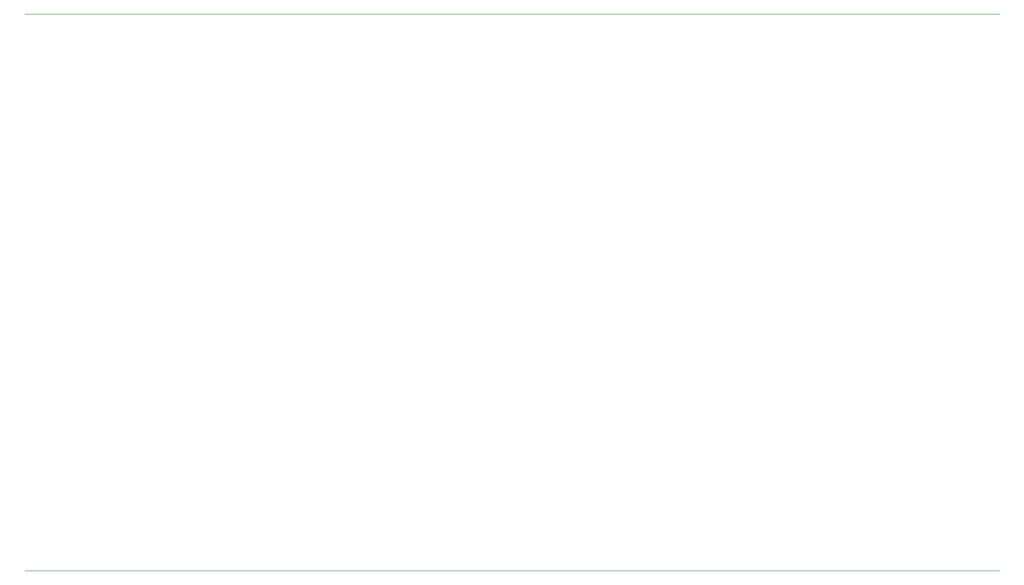
<source format=gbr>
%TF.GenerationSoftware,KiCad,Pcbnew,5.1.5-1.fc31*%
%TF.CreationDate,2020-02-21T03:24:36+01:00*%
%TF.ProjectId,board-35x62-2.54mm,626f6172-642d-4333-9578-36322d322e35,1.0*%
%TF.SameCoordinates,PX37b6b20PY8404630*%
%TF.FileFunction,Legend,Top*%
%TF.FilePolarity,Positive*%
%FSLAX46Y46*%
G04 Gerber Fmt 4.6, Leading zero omitted, Abs format (unit mm)*
G04 Created by KiCad (PCBNEW 5.1.5-1.fc31) date 2020-02-21 03:24:36*
%MOMM*%
%LPD*%
G04 APERTURE LIST*
%ADD10C,0.120000*%
%ADD11C,1.626000*%
%ADD12C,2.302000*%
G04 APERTURE END LIST*
D10*
X0Y96520000D02*
X160020000Y96520000D01*
X0Y5080000D02*
X160020000Y5080000D01*
%LPC*%
D11*
X157480000Y7620000D03*
X157480000Y10160000D03*
X157480000Y12700000D03*
X157480000Y15240000D03*
X157480000Y17780000D03*
X157480000Y20320000D03*
X157480000Y22860000D03*
X157480000Y25400000D03*
X157480000Y27940000D03*
X157480000Y30480000D03*
X157480000Y33020000D03*
X157480000Y35560000D03*
X157480000Y38100000D03*
X157480000Y40640000D03*
X157480000Y43180000D03*
X157480000Y45720000D03*
X157480000Y48260000D03*
X157480000Y50800000D03*
X157480000Y53340000D03*
X157480000Y55880000D03*
X157480000Y58420000D03*
X157480000Y60960000D03*
X157480000Y63500000D03*
X157480000Y66040000D03*
X157480000Y68580000D03*
X157480000Y71120000D03*
X157480000Y73660000D03*
X157480000Y76200000D03*
X157480000Y78740000D03*
X157480000Y81280000D03*
X157480000Y83820000D03*
X157480000Y86360000D03*
X157480000Y88900000D03*
X157480000Y91440000D03*
X157480000Y93980000D03*
X154940000Y7620000D03*
X154940000Y10160000D03*
X154940000Y12700000D03*
X154940000Y15240000D03*
X154940000Y17780000D03*
X154940000Y20320000D03*
X154940000Y22860000D03*
X154940000Y25400000D03*
X154940000Y27940000D03*
X154940000Y30480000D03*
X154940000Y33020000D03*
X154940000Y35560000D03*
X154940000Y38100000D03*
X154940000Y40640000D03*
X154940000Y43180000D03*
X154940000Y45720000D03*
X154940000Y48260000D03*
X154940000Y50800000D03*
X154940000Y53340000D03*
X154940000Y55880000D03*
X154940000Y58420000D03*
X154940000Y60960000D03*
X154940000Y63500000D03*
X154940000Y66040000D03*
X154940000Y68580000D03*
X154940000Y71120000D03*
X154940000Y73660000D03*
X154940000Y76200000D03*
X154940000Y78740000D03*
X154940000Y81280000D03*
X154940000Y83820000D03*
X154940000Y86360000D03*
X154940000Y88900000D03*
X154940000Y91440000D03*
X154940000Y93980000D03*
X152400000Y7620000D03*
X152400000Y10160000D03*
X152400000Y12700000D03*
X152400000Y15240000D03*
X152400000Y17780000D03*
X152400000Y20320000D03*
X152400000Y22860000D03*
X152400000Y25400000D03*
X152400000Y27940000D03*
X152400000Y30480000D03*
X152400000Y33020000D03*
X152400000Y35560000D03*
X152400000Y38100000D03*
X152400000Y40640000D03*
X152400000Y43180000D03*
X152400000Y45720000D03*
X152400000Y48260000D03*
X152400000Y50800000D03*
X152400000Y53340000D03*
X152400000Y55880000D03*
X152400000Y58420000D03*
X152400000Y60960000D03*
X152400000Y63500000D03*
X152400000Y66040000D03*
X152400000Y68580000D03*
X152400000Y71120000D03*
X152400000Y73660000D03*
X152400000Y76200000D03*
X152400000Y78740000D03*
X152400000Y81280000D03*
X152400000Y83820000D03*
X152400000Y86360000D03*
X152400000Y88900000D03*
X152400000Y91440000D03*
X152400000Y93980000D03*
X149860000Y7620000D03*
X149860000Y10160000D03*
X149860000Y12700000D03*
X149860000Y15240000D03*
X149860000Y17780000D03*
X149860000Y20320000D03*
X149860000Y22860000D03*
X149860000Y25400000D03*
X149860000Y27940000D03*
X149860000Y30480000D03*
X149860000Y33020000D03*
X149860000Y35560000D03*
X149860000Y38100000D03*
X149860000Y40640000D03*
X149860000Y43180000D03*
X149860000Y45720000D03*
X149860000Y48260000D03*
X149860000Y50800000D03*
X149860000Y53340000D03*
X149860000Y55880000D03*
X149860000Y58420000D03*
X149860000Y60960000D03*
X149860000Y63500000D03*
X149860000Y66040000D03*
X149860000Y68580000D03*
X149860000Y71120000D03*
X149860000Y73660000D03*
X149860000Y76200000D03*
X149860000Y78740000D03*
X149860000Y81280000D03*
X149860000Y83820000D03*
X149860000Y86360000D03*
X149860000Y88900000D03*
X149860000Y91440000D03*
X149860000Y93980000D03*
X147320000Y7620000D03*
X147320000Y10160000D03*
X147320000Y12700000D03*
X147320000Y15240000D03*
X147320000Y17780000D03*
X147320000Y20320000D03*
X147320000Y22860000D03*
X147320000Y25400000D03*
X147320000Y27940000D03*
X147320000Y30480000D03*
X147320000Y33020000D03*
X147320000Y35560000D03*
X147320000Y38100000D03*
X147320000Y40640000D03*
X147320000Y43180000D03*
X147320000Y45720000D03*
X147320000Y48260000D03*
X147320000Y50800000D03*
X147320000Y53340000D03*
X147320000Y55880000D03*
X147320000Y58420000D03*
X147320000Y60960000D03*
X147320000Y63500000D03*
X147320000Y66040000D03*
X147320000Y68580000D03*
X147320000Y71120000D03*
X147320000Y73660000D03*
X147320000Y76200000D03*
X147320000Y78740000D03*
X147320000Y81280000D03*
X147320000Y83820000D03*
X147320000Y86360000D03*
X147320000Y88900000D03*
X147320000Y91440000D03*
X147320000Y93980000D03*
X144780000Y7620000D03*
X144780000Y10160000D03*
X144780000Y12700000D03*
X144780000Y15240000D03*
X144780000Y17780000D03*
X144780000Y20320000D03*
X144780000Y22860000D03*
X144780000Y25400000D03*
X144780000Y27940000D03*
X144780000Y30480000D03*
X144780000Y33020000D03*
X144780000Y35560000D03*
X144780000Y38100000D03*
X144780000Y40640000D03*
X144780000Y43180000D03*
X144780000Y45720000D03*
X144780000Y48260000D03*
X144780000Y50800000D03*
X144780000Y53340000D03*
X144780000Y55880000D03*
X144780000Y58420000D03*
X144780000Y60960000D03*
X144780000Y63500000D03*
X144780000Y66040000D03*
X144780000Y68580000D03*
X144780000Y71120000D03*
X144780000Y73660000D03*
X144780000Y76200000D03*
X144780000Y78740000D03*
X144780000Y81280000D03*
X144780000Y83820000D03*
X144780000Y86360000D03*
X144780000Y88900000D03*
X144780000Y91440000D03*
X144780000Y93980000D03*
X142240000Y7620000D03*
X142240000Y10160000D03*
X142240000Y12700000D03*
X142240000Y15240000D03*
X142240000Y17780000D03*
X142240000Y20320000D03*
X142240000Y22860000D03*
X142240000Y25400000D03*
X142240000Y27940000D03*
X142240000Y30480000D03*
X142240000Y33020000D03*
X142240000Y35560000D03*
X142240000Y38100000D03*
X142240000Y40640000D03*
X142240000Y43180000D03*
X142240000Y45720000D03*
X142240000Y48260000D03*
X142240000Y50800000D03*
X142240000Y53340000D03*
X142240000Y55880000D03*
X142240000Y58420000D03*
X142240000Y60960000D03*
X142240000Y63500000D03*
X142240000Y66040000D03*
X142240000Y68580000D03*
X142240000Y71120000D03*
X142240000Y73660000D03*
X142240000Y76200000D03*
X142240000Y78740000D03*
X142240000Y81280000D03*
X142240000Y83820000D03*
X142240000Y86360000D03*
X142240000Y88900000D03*
X142240000Y91440000D03*
X142240000Y93980000D03*
X139700000Y7620000D03*
X139700000Y10160000D03*
X139700000Y12700000D03*
X139700000Y15240000D03*
X139700000Y17780000D03*
X139700000Y20320000D03*
X139700000Y22860000D03*
X139700000Y25400000D03*
X139700000Y27940000D03*
X139700000Y30480000D03*
X139700000Y33020000D03*
X139700000Y35560000D03*
X139700000Y38100000D03*
X139700000Y40640000D03*
X139700000Y43180000D03*
X139700000Y45720000D03*
X139700000Y48260000D03*
X139700000Y50800000D03*
X139700000Y53340000D03*
X139700000Y55880000D03*
X139700000Y58420000D03*
X139700000Y60960000D03*
X139700000Y63500000D03*
X139700000Y66040000D03*
X139700000Y68580000D03*
X139700000Y71120000D03*
X139700000Y73660000D03*
X139700000Y76200000D03*
X139700000Y78740000D03*
X139700000Y81280000D03*
X139700000Y83820000D03*
X139700000Y86360000D03*
X139700000Y88900000D03*
X139700000Y91440000D03*
X139700000Y93980000D03*
X137160000Y7620000D03*
X137160000Y10160000D03*
X137160000Y12700000D03*
X137160000Y15240000D03*
X137160000Y17780000D03*
X137160000Y20320000D03*
X137160000Y22860000D03*
X137160000Y25400000D03*
X137160000Y27940000D03*
X137160000Y30480000D03*
X137160000Y33020000D03*
X137160000Y35560000D03*
X137160000Y38100000D03*
X137160000Y40640000D03*
X137160000Y43180000D03*
X137160000Y45720000D03*
X137160000Y48260000D03*
X137160000Y50800000D03*
X137160000Y53340000D03*
X137160000Y55880000D03*
X137160000Y58420000D03*
X137160000Y60960000D03*
X137160000Y63500000D03*
X137160000Y66040000D03*
X137160000Y68580000D03*
X137160000Y71120000D03*
X137160000Y73660000D03*
X137160000Y76200000D03*
X137160000Y78740000D03*
X137160000Y81280000D03*
X137160000Y83820000D03*
X137160000Y86360000D03*
X137160000Y88900000D03*
X137160000Y91440000D03*
X137160000Y93980000D03*
X134620000Y7620000D03*
X134620000Y10160000D03*
X134620000Y12700000D03*
X134620000Y15240000D03*
X134620000Y17780000D03*
X134620000Y20320000D03*
X134620000Y22860000D03*
X134620000Y25400000D03*
X134620000Y27940000D03*
X134620000Y30480000D03*
X134620000Y33020000D03*
X134620000Y35560000D03*
X134620000Y38100000D03*
X134620000Y40640000D03*
X134620000Y43180000D03*
X134620000Y45720000D03*
X134620000Y48260000D03*
X134620000Y50800000D03*
X134620000Y53340000D03*
X134620000Y55880000D03*
X134620000Y58420000D03*
X134620000Y60960000D03*
X134620000Y63500000D03*
X134620000Y66040000D03*
X134620000Y68580000D03*
X134620000Y71120000D03*
X134620000Y73660000D03*
X134620000Y76200000D03*
X134620000Y78740000D03*
X134620000Y81280000D03*
X134620000Y83820000D03*
X134620000Y86360000D03*
X134620000Y88900000D03*
X134620000Y91440000D03*
X134620000Y93980000D03*
X132080000Y7620000D03*
X132080000Y10160000D03*
X132080000Y12700000D03*
X132080000Y15240000D03*
X132080000Y17780000D03*
X132080000Y20320000D03*
X132080000Y22860000D03*
X132080000Y25400000D03*
X132080000Y27940000D03*
X132080000Y30480000D03*
X132080000Y33020000D03*
X132080000Y35560000D03*
X132080000Y38100000D03*
X132080000Y40640000D03*
X132080000Y43180000D03*
X132080000Y45720000D03*
X132080000Y48260000D03*
X132080000Y50800000D03*
X132080000Y53340000D03*
X132080000Y55880000D03*
X132080000Y58420000D03*
X132080000Y60960000D03*
X132080000Y63500000D03*
X132080000Y66040000D03*
X132080000Y68580000D03*
X132080000Y71120000D03*
X132080000Y73660000D03*
X132080000Y76200000D03*
X132080000Y78740000D03*
X132080000Y81280000D03*
X132080000Y83820000D03*
X132080000Y86360000D03*
X132080000Y88900000D03*
X132080000Y91440000D03*
X132080000Y93980000D03*
X129540000Y7620000D03*
X129540000Y10160000D03*
X129540000Y12700000D03*
X129540000Y15240000D03*
X129540000Y17780000D03*
X129540000Y20320000D03*
X129540000Y22860000D03*
X129540000Y25400000D03*
X129540000Y27940000D03*
X129540000Y30480000D03*
X129540000Y33020000D03*
X129540000Y35560000D03*
X129540000Y38100000D03*
X129540000Y40640000D03*
X129540000Y43180000D03*
X129540000Y45720000D03*
X129540000Y48260000D03*
X129540000Y50800000D03*
X129540000Y53340000D03*
X129540000Y55880000D03*
X129540000Y58420000D03*
X129540000Y60960000D03*
X129540000Y63500000D03*
X129540000Y66040000D03*
X129540000Y68580000D03*
X129540000Y71120000D03*
X129540000Y73660000D03*
X129540000Y76200000D03*
X129540000Y78740000D03*
X129540000Y81280000D03*
X129540000Y83820000D03*
X129540000Y86360000D03*
X129540000Y88900000D03*
X129540000Y91440000D03*
X129540000Y93980000D03*
X127000000Y7620000D03*
X127000000Y10160000D03*
X127000000Y12700000D03*
X127000000Y15240000D03*
X127000000Y17780000D03*
X127000000Y20320000D03*
X127000000Y22860000D03*
X127000000Y25400000D03*
X127000000Y27940000D03*
X127000000Y30480000D03*
X127000000Y33020000D03*
X127000000Y35560000D03*
X127000000Y38100000D03*
X127000000Y40640000D03*
X127000000Y43180000D03*
X127000000Y45720000D03*
X127000000Y48260000D03*
X127000000Y50800000D03*
X127000000Y53340000D03*
X127000000Y55880000D03*
X127000000Y58420000D03*
X127000000Y60960000D03*
X127000000Y63500000D03*
X127000000Y66040000D03*
X127000000Y68580000D03*
X127000000Y71120000D03*
X127000000Y73660000D03*
X127000000Y76200000D03*
X127000000Y78740000D03*
X127000000Y81280000D03*
X127000000Y83820000D03*
X127000000Y86360000D03*
X127000000Y88900000D03*
X127000000Y91440000D03*
X127000000Y93980000D03*
X124460000Y7620000D03*
X124460000Y10160000D03*
X124460000Y12700000D03*
X124460000Y15240000D03*
X124460000Y17780000D03*
X124460000Y20320000D03*
X124460000Y22860000D03*
X124460000Y25400000D03*
X124460000Y27940000D03*
X124460000Y30480000D03*
X124460000Y33020000D03*
X124460000Y35560000D03*
X124460000Y38100000D03*
X124460000Y40640000D03*
X124460000Y43180000D03*
X124460000Y45720000D03*
X124460000Y48260000D03*
X124460000Y50800000D03*
X124460000Y53340000D03*
X124460000Y55880000D03*
X124460000Y58420000D03*
X124460000Y60960000D03*
X124460000Y63500000D03*
X124460000Y66040000D03*
X124460000Y68580000D03*
X124460000Y71120000D03*
X124460000Y73660000D03*
X124460000Y76200000D03*
X124460000Y78740000D03*
X124460000Y81280000D03*
X124460000Y83820000D03*
X124460000Y86360000D03*
X124460000Y88900000D03*
X124460000Y91440000D03*
X124460000Y93980000D03*
X121920000Y7620000D03*
X121920000Y10160000D03*
X121920000Y12700000D03*
X121920000Y15240000D03*
X121920000Y17780000D03*
X121920000Y20320000D03*
X121920000Y22860000D03*
X121920000Y25400000D03*
X121920000Y27940000D03*
X121920000Y30480000D03*
X121920000Y33020000D03*
X121920000Y35560000D03*
X121920000Y38100000D03*
X121920000Y40640000D03*
X121920000Y43180000D03*
X121920000Y45720000D03*
X121920000Y48260000D03*
X121920000Y50800000D03*
X121920000Y53340000D03*
X121920000Y55880000D03*
X121920000Y58420000D03*
X121920000Y60960000D03*
X121920000Y63500000D03*
X121920000Y66040000D03*
X121920000Y68580000D03*
X121920000Y71120000D03*
X121920000Y73660000D03*
X121920000Y76200000D03*
X121920000Y78740000D03*
X121920000Y81280000D03*
X121920000Y83820000D03*
X121920000Y86360000D03*
X121920000Y88900000D03*
X121920000Y91440000D03*
X121920000Y93980000D03*
X119380000Y7620000D03*
X119380000Y10160000D03*
X119380000Y12700000D03*
X119380000Y15240000D03*
X119380000Y17780000D03*
X119380000Y20320000D03*
X119380000Y22860000D03*
X119380000Y25400000D03*
X119380000Y27940000D03*
X119380000Y30480000D03*
X119380000Y33020000D03*
X119380000Y35560000D03*
X119380000Y38100000D03*
X119380000Y40640000D03*
X119380000Y43180000D03*
X119380000Y45720000D03*
X119380000Y48260000D03*
X119380000Y50800000D03*
X119380000Y53340000D03*
X119380000Y55880000D03*
X119380000Y58420000D03*
X119380000Y60960000D03*
X119380000Y63500000D03*
X119380000Y66040000D03*
X119380000Y68580000D03*
X119380000Y71120000D03*
X119380000Y73660000D03*
X119380000Y76200000D03*
X119380000Y78740000D03*
X119380000Y81280000D03*
X119380000Y83820000D03*
X119380000Y86360000D03*
X119380000Y88900000D03*
X119380000Y91440000D03*
X119380000Y93980000D03*
X116840000Y7620000D03*
X116840000Y10160000D03*
X116840000Y12700000D03*
X116840000Y15240000D03*
X116840000Y17780000D03*
X116840000Y20320000D03*
X116840000Y22860000D03*
X116840000Y25400000D03*
X116840000Y27940000D03*
X116840000Y30480000D03*
X116840000Y33020000D03*
X116840000Y35560000D03*
X116840000Y38100000D03*
X116840000Y40640000D03*
X116840000Y43180000D03*
X116840000Y45720000D03*
X116840000Y48260000D03*
X116840000Y50800000D03*
X116840000Y53340000D03*
X116840000Y55880000D03*
X116840000Y58420000D03*
X116840000Y60960000D03*
X116840000Y63500000D03*
X116840000Y66040000D03*
X116840000Y68580000D03*
X116840000Y71120000D03*
X116840000Y73660000D03*
X116840000Y76200000D03*
X116840000Y78740000D03*
X116840000Y81280000D03*
X116840000Y83820000D03*
X116840000Y86360000D03*
X116840000Y88900000D03*
X116840000Y91440000D03*
X116840000Y93980000D03*
X114300000Y7620000D03*
X114300000Y10160000D03*
X114300000Y12700000D03*
X114300000Y15240000D03*
X114300000Y17780000D03*
X114300000Y20320000D03*
X114300000Y22860000D03*
X114300000Y25400000D03*
X114300000Y27940000D03*
X114300000Y30480000D03*
X114300000Y33020000D03*
X114300000Y35560000D03*
X114300000Y38100000D03*
X114300000Y40640000D03*
X114300000Y43180000D03*
X114300000Y45720000D03*
X114300000Y48260000D03*
X114300000Y50800000D03*
X114300000Y53340000D03*
X114300000Y55880000D03*
X114300000Y58420000D03*
X114300000Y60960000D03*
X114300000Y63500000D03*
X114300000Y66040000D03*
X114300000Y68580000D03*
X114300000Y71120000D03*
X114300000Y73660000D03*
X114300000Y76200000D03*
X114300000Y78740000D03*
X114300000Y81280000D03*
X114300000Y83820000D03*
X114300000Y86360000D03*
X114300000Y88900000D03*
X114300000Y91440000D03*
X114300000Y93980000D03*
X111760000Y7620000D03*
X111760000Y10160000D03*
X111760000Y12700000D03*
X111760000Y15240000D03*
X111760000Y17780000D03*
X111760000Y20320000D03*
X111760000Y22860000D03*
X111760000Y25400000D03*
X111760000Y27940000D03*
X111760000Y30480000D03*
X111760000Y33020000D03*
X111760000Y35560000D03*
X111760000Y38100000D03*
X111760000Y40640000D03*
X111760000Y43180000D03*
X111760000Y45720000D03*
X111760000Y48260000D03*
X111760000Y50800000D03*
X111760000Y53340000D03*
X111760000Y55880000D03*
X111760000Y58420000D03*
X111760000Y60960000D03*
X111760000Y63500000D03*
X111760000Y66040000D03*
X111760000Y68580000D03*
X111760000Y71120000D03*
X111760000Y73660000D03*
X111760000Y76200000D03*
X111760000Y78740000D03*
X111760000Y81280000D03*
X111760000Y83820000D03*
X111760000Y86360000D03*
X111760000Y88900000D03*
X111760000Y91440000D03*
X111760000Y93980000D03*
X109220000Y7620000D03*
X109220000Y10160000D03*
X109220000Y12700000D03*
X109220000Y15240000D03*
X109220000Y17780000D03*
X109220000Y20320000D03*
X109220000Y22860000D03*
X109220000Y25400000D03*
X109220000Y27940000D03*
X109220000Y30480000D03*
X109220000Y33020000D03*
X109220000Y35560000D03*
X109220000Y38100000D03*
X109220000Y40640000D03*
X109220000Y43180000D03*
X109220000Y45720000D03*
X109220000Y48260000D03*
X109220000Y50800000D03*
X109220000Y53340000D03*
X109220000Y55880000D03*
X109220000Y58420000D03*
X109220000Y60960000D03*
X109220000Y63500000D03*
X109220000Y66040000D03*
X109220000Y68580000D03*
X109220000Y71120000D03*
X109220000Y73660000D03*
X109220000Y76200000D03*
X109220000Y78740000D03*
X109220000Y81280000D03*
X109220000Y83820000D03*
X109220000Y86360000D03*
X109220000Y88900000D03*
X109220000Y91440000D03*
X109220000Y93980000D03*
X106680000Y7620000D03*
X106680000Y10160000D03*
X106680000Y12700000D03*
X106680000Y15240000D03*
X106680000Y17780000D03*
X106680000Y20320000D03*
X106680000Y22860000D03*
X106680000Y25400000D03*
X106680000Y27940000D03*
X106680000Y30480000D03*
X106680000Y33020000D03*
X106680000Y35560000D03*
X106680000Y38100000D03*
X106680000Y40640000D03*
X106680000Y43180000D03*
X106680000Y45720000D03*
X106680000Y48260000D03*
X106680000Y50800000D03*
X106680000Y53340000D03*
X106680000Y55880000D03*
X106680000Y58420000D03*
X106680000Y60960000D03*
X106680000Y63500000D03*
X106680000Y66040000D03*
X106680000Y68580000D03*
X106680000Y71120000D03*
X106680000Y73660000D03*
X106680000Y76200000D03*
X106680000Y78740000D03*
X106680000Y81280000D03*
X106680000Y83820000D03*
X106680000Y86360000D03*
X106680000Y88900000D03*
X106680000Y91440000D03*
X106680000Y93980000D03*
X104140000Y7620000D03*
X104140000Y10160000D03*
X104140000Y12700000D03*
X104140000Y15240000D03*
X104140000Y17780000D03*
X104140000Y20320000D03*
X104140000Y22860000D03*
X104140000Y25400000D03*
X104140000Y27940000D03*
X104140000Y30480000D03*
X104140000Y33020000D03*
X104140000Y35560000D03*
X104140000Y38100000D03*
X104140000Y40640000D03*
X104140000Y43180000D03*
X104140000Y45720000D03*
X104140000Y48260000D03*
X104140000Y50800000D03*
X104140000Y53340000D03*
X104140000Y55880000D03*
X104140000Y58420000D03*
X104140000Y60960000D03*
X104140000Y63500000D03*
X104140000Y66040000D03*
X104140000Y68580000D03*
X104140000Y71120000D03*
X104140000Y73660000D03*
X104140000Y76200000D03*
X104140000Y78740000D03*
X104140000Y81280000D03*
X104140000Y83820000D03*
X104140000Y86360000D03*
X104140000Y88900000D03*
X104140000Y91440000D03*
X104140000Y93980000D03*
X101600000Y7620000D03*
X101600000Y10160000D03*
X101600000Y12700000D03*
X101600000Y15240000D03*
X101600000Y17780000D03*
X101600000Y20320000D03*
X101600000Y22860000D03*
X101600000Y25400000D03*
X101600000Y27940000D03*
X101600000Y30480000D03*
X101600000Y33020000D03*
X101600000Y35560000D03*
X101600000Y38100000D03*
X101600000Y40640000D03*
X101600000Y43180000D03*
X101600000Y45720000D03*
X101600000Y48260000D03*
X101600000Y50800000D03*
X101600000Y53340000D03*
X101600000Y55880000D03*
X101600000Y58420000D03*
X101600000Y60960000D03*
X101600000Y63500000D03*
X101600000Y66040000D03*
X101600000Y68580000D03*
X101600000Y71120000D03*
X101600000Y73660000D03*
X101600000Y76200000D03*
X101600000Y78740000D03*
X101600000Y81280000D03*
X101600000Y83820000D03*
X101600000Y86360000D03*
X101600000Y88900000D03*
X101600000Y91440000D03*
X101600000Y93980000D03*
X99060000Y7620000D03*
X99060000Y10160000D03*
X99060000Y12700000D03*
X99060000Y15240000D03*
X99060000Y17780000D03*
X99060000Y20320000D03*
X99060000Y22860000D03*
X99060000Y25400000D03*
X99060000Y27940000D03*
X99060000Y30480000D03*
X99060000Y33020000D03*
X99060000Y35560000D03*
X99060000Y38100000D03*
X99060000Y40640000D03*
X99060000Y43180000D03*
X99060000Y45720000D03*
X99060000Y48260000D03*
X99060000Y50800000D03*
X99060000Y53340000D03*
X99060000Y55880000D03*
X99060000Y58420000D03*
X99060000Y60960000D03*
X99060000Y63500000D03*
X99060000Y66040000D03*
X99060000Y68580000D03*
X99060000Y71120000D03*
X99060000Y73660000D03*
X99060000Y76200000D03*
X99060000Y78740000D03*
X99060000Y81280000D03*
X99060000Y83820000D03*
X99060000Y86360000D03*
X99060000Y88900000D03*
X99060000Y91440000D03*
X99060000Y93980000D03*
X96520000Y7620000D03*
X96520000Y10160000D03*
X96520000Y12700000D03*
X96520000Y15240000D03*
X96520000Y17780000D03*
X96520000Y20320000D03*
X96520000Y22860000D03*
X96520000Y25400000D03*
X96520000Y27940000D03*
X96520000Y30480000D03*
X96520000Y33020000D03*
X96520000Y35560000D03*
X96520000Y38100000D03*
X96520000Y40640000D03*
X96520000Y43180000D03*
X96520000Y45720000D03*
X96520000Y48260000D03*
X96520000Y50800000D03*
X96520000Y53340000D03*
X96520000Y55880000D03*
X96520000Y58420000D03*
X96520000Y60960000D03*
X96520000Y63500000D03*
X96520000Y66040000D03*
X96520000Y68580000D03*
X96520000Y71120000D03*
X96520000Y73660000D03*
X96520000Y76200000D03*
X96520000Y78740000D03*
X96520000Y81280000D03*
X96520000Y83820000D03*
X96520000Y86360000D03*
X96520000Y88900000D03*
X96520000Y91440000D03*
X96520000Y93980000D03*
X93980000Y7620000D03*
X93980000Y10160000D03*
X93980000Y12700000D03*
X93980000Y15240000D03*
X93980000Y17780000D03*
X93980000Y20320000D03*
X93980000Y22860000D03*
X93980000Y25400000D03*
X93980000Y27940000D03*
X93980000Y30480000D03*
X93980000Y33020000D03*
X93980000Y35560000D03*
X93980000Y38100000D03*
X93980000Y40640000D03*
X93980000Y43180000D03*
X93980000Y45720000D03*
X93980000Y48260000D03*
X93980000Y50800000D03*
X93980000Y53340000D03*
X93980000Y55880000D03*
X93980000Y58420000D03*
X93980000Y60960000D03*
X93980000Y63500000D03*
X93980000Y66040000D03*
X93980000Y68580000D03*
X93980000Y71120000D03*
X93980000Y73660000D03*
X93980000Y76200000D03*
X93980000Y78740000D03*
X93980000Y81280000D03*
X93980000Y83820000D03*
X93980000Y86360000D03*
X93980000Y88900000D03*
X93980000Y91440000D03*
X93980000Y93980000D03*
X91440000Y7620000D03*
X91440000Y10160000D03*
X91440000Y12700000D03*
X91440000Y15240000D03*
X91440000Y17780000D03*
X91440000Y20320000D03*
X91440000Y22860000D03*
X91440000Y25400000D03*
X91440000Y27940000D03*
X91440000Y30480000D03*
X91440000Y33020000D03*
X91440000Y35560000D03*
X91440000Y38100000D03*
X91440000Y40640000D03*
X91440000Y43180000D03*
X91440000Y45720000D03*
X91440000Y48260000D03*
X91440000Y50800000D03*
X91440000Y53340000D03*
X91440000Y55880000D03*
X91440000Y58420000D03*
X91440000Y60960000D03*
X91440000Y63500000D03*
X91440000Y66040000D03*
X91440000Y68580000D03*
X91440000Y71120000D03*
X91440000Y73660000D03*
X91440000Y76200000D03*
X91440000Y78740000D03*
X91440000Y81280000D03*
X91440000Y83820000D03*
X91440000Y86360000D03*
X91440000Y88900000D03*
X91440000Y91440000D03*
X91440000Y93980000D03*
X88900000Y7620000D03*
X88900000Y10160000D03*
X88900000Y12700000D03*
X88900000Y15240000D03*
X88900000Y17780000D03*
X88900000Y20320000D03*
X88900000Y22860000D03*
X88900000Y25400000D03*
X88900000Y27940000D03*
X88900000Y30480000D03*
X88900000Y33020000D03*
X88900000Y35560000D03*
X88900000Y38100000D03*
X88900000Y40640000D03*
X88900000Y43180000D03*
X88900000Y45720000D03*
X88900000Y48260000D03*
X88900000Y50800000D03*
X88900000Y53340000D03*
X88900000Y55880000D03*
X88900000Y58420000D03*
X88900000Y60960000D03*
X88900000Y63500000D03*
X88900000Y66040000D03*
X88900000Y68580000D03*
X88900000Y71120000D03*
X88900000Y73660000D03*
X88900000Y76200000D03*
X88900000Y78740000D03*
X88900000Y81280000D03*
X88900000Y83820000D03*
X88900000Y86360000D03*
X88900000Y88900000D03*
X88900000Y91440000D03*
X88900000Y93980000D03*
X86360000Y7620000D03*
X86360000Y10160000D03*
X86360000Y12700000D03*
X86360000Y15240000D03*
X86360000Y17780000D03*
X86360000Y20320000D03*
X86360000Y22860000D03*
X86360000Y25400000D03*
X86360000Y27940000D03*
X86360000Y30480000D03*
X86360000Y33020000D03*
X86360000Y35560000D03*
X86360000Y38100000D03*
X86360000Y40640000D03*
X86360000Y43180000D03*
X86360000Y45720000D03*
X86360000Y48260000D03*
X86360000Y50800000D03*
X86360000Y53340000D03*
X86360000Y55880000D03*
X86360000Y58420000D03*
X86360000Y60960000D03*
X86360000Y63500000D03*
X86360000Y66040000D03*
X86360000Y68580000D03*
X86360000Y71120000D03*
X86360000Y73660000D03*
X86360000Y76200000D03*
X86360000Y78740000D03*
X86360000Y81280000D03*
X86360000Y83820000D03*
X86360000Y86360000D03*
X86360000Y88900000D03*
X86360000Y91440000D03*
X86360000Y93980000D03*
X83820000Y7620000D03*
X83820000Y10160000D03*
X83820000Y12700000D03*
X83820000Y15240000D03*
X83820000Y17780000D03*
X83820000Y20320000D03*
X83820000Y22860000D03*
X83820000Y25400000D03*
X83820000Y27940000D03*
X83820000Y30480000D03*
X83820000Y33020000D03*
X83820000Y35560000D03*
X83820000Y38100000D03*
X83820000Y40640000D03*
X83820000Y43180000D03*
X83820000Y45720000D03*
X83820000Y48260000D03*
X83820000Y50800000D03*
X83820000Y53340000D03*
X83820000Y55880000D03*
X83820000Y58420000D03*
X83820000Y60960000D03*
X83820000Y63500000D03*
X83820000Y66040000D03*
X83820000Y68580000D03*
X83820000Y71120000D03*
X83820000Y73660000D03*
X83820000Y76200000D03*
X83820000Y78740000D03*
X83820000Y81280000D03*
X83820000Y83820000D03*
X83820000Y86360000D03*
X83820000Y88900000D03*
X83820000Y91440000D03*
X83820000Y93980000D03*
X81280000Y7620000D03*
X81280000Y10160000D03*
X81280000Y12700000D03*
X81280000Y15240000D03*
X81280000Y17780000D03*
X81280000Y20320000D03*
X81280000Y22860000D03*
X81280000Y25400000D03*
X81280000Y27940000D03*
X81280000Y30480000D03*
X81280000Y33020000D03*
X81280000Y35560000D03*
X81280000Y38100000D03*
X81280000Y40640000D03*
X81280000Y43180000D03*
X81280000Y45720000D03*
X81280000Y48260000D03*
X81280000Y50800000D03*
X81280000Y53340000D03*
X81280000Y55880000D03*
X81280000Y58420000D03*
X81280000Y60960000D03*
X81280000Y63500000D03*
X81280000Y66040000D03*
X81280000Y68580000D03*
X81280000Y71120000D03*
X81280000Y73660000D03*
X81280000Y76200000D03*
X81280000Y78740000D03*
X81280000Y81280000D03*
X81280000Y83820000D03*
X81280000Y86360000D03*
X81280000Y88900000D03*
X81280000Y91440000D03*
X81280000Y93980000D03*
X78740000Y7620000D03*
X78740000Y10160000D03*
X78740000Y12700000D03*
X78740000Y15240000D03*
X78740000Y17780000D03*
X78740000Y20320000D03*
X78740000Y22860000D03*
X78740000Y25400000D03*
X78740000Y27940000D03*
X78740000Y30480000D03*
X78740000Y33020000D03*
X78740000Y35560000D03*
X78740000Y38100000D03*
X78740000Y40640000D03*
X78740000Y43180000D03*
X78740000Y45720000D03*
X78740000Y48260000D03*
X78740000Y50800000D03*
X78740000Y53340000D03*
X78740000Y55880000D03*
X78740000Y58420000D03*
X78740000Y60960000D03*
X78740000Y63500000D03*
X78740000Y66040000D03*
X78740000Y68580000D03*
X78740000Y71120000D03*
X78740000Y73660000D03*
X78740000Y76200000D03*
X78740000Y78740000D03*
X78740000Y81280000D03*
X78740000Y83820000D03*
X78740000Y86360000D03*
X78740000Y88900000D03*
X78740000Y91440000D03*
X78740000Y93980000D03*
X76200000Y7620000D03*
X76200000Y10160000D03*
X76200000Y12700000D03*
X76200000Y15240000D03*
X76200000Y17780000D03*
X76200000Y20320000D03*
X76200000Y22860000D03*
X76200000Y25400000D03*
X76200000Y27940000D03*
X76200000Y30480000D03*
X76200000Y33020000D03*
X76200000Y35560000D03*
X76200000Y38100000D03*
X76200000Y40640000D03*
X76200000Y43180000D03*
X76200000Y45720000D03*
X76200000Y48260000D03*
X76200000Y50800000D03*
X76200000Y53340000D03*
X76200000Y55880000D03*
X76200000Y58420000D03*
X76200000Y60960000D03*
X76200000Y63500000D03*
X76200000Y66040000D03*
X76200000Y68580000D03*
X76200000Y71120000D03*
X76200000Y73660000D03*
X76200000Y76200000D03*
X76200000Y78740000D03*
X76200000Y81280000D03*
X76200000Y83820000D03*
X76200000Y86360000D03*
X76200000Y88900000D03*
X76200000Y91440000D03*
X76200000Y93980000D03*
X73660000Y7620000D03*
X73660000Y10160000D03*
X73660000Y12700000D03*
X73660000Y15240000D03*
X73660000Y17780000D03*
X73660000Y20320000D03*
X73660000Y22860000D03*
X73660000Y25400000D03*
X73660000Y27940000D03*
X73660000Y30480000D03*
X73660000Y33020000D03*
X73660000Y35560000D03*
X73660000Y38100000D03*
X73660000Y40640000D03*
X73660000Y43180000D03*
X73660000Y45720000D03*
X73660000Y48260000D03*
X73660000Y50800000D03*
X73660000Y53340000D03*
X73660000Y55880000D03*
X73660000Y58420000D03*
X73660000Y60960000D03*
X73660000Y63500000D03*
X73660000Y66040000D03*
X73660000Y68580000D03*
X73660000Y71120000D03*
X73660000Y73660000D03*
X73660000Y76200000D03*
X73660000Y78740000D03*
X73660000Y81280000D03*
X73660000Y83820000D03*
X73660000Y86360000D03*
X73660000Y88900000D03*
X73660000Y91440000D03*
X73660000Y93980000D03*
X71120000Y7620000D03*
X71120000Y10160000D03*
X71120000Y12700000D03*
X71120000Y15240000D03*
X71120000Y17780000D03*
X71120000Y20320000D03*
X71120000Y22860000D03*
X71120000Y25400000D03*
X71120000Y27940000D03*
X71120000Y30480000D03*
X71120000Y33020000D03*
X71120000Y35560000D03*
X71120000Y38100000D03*
X71120000Y40640000D03*
X71120000Y43180000D03*
X71120000Y45720000D03*
X71120000Y48260000D03*
X71120000Y50800000D03*
X71120000Y53340000D03*
X71120000Y55880000D03*
X71120000Y58420000D03*
X71120000Y60960000D03*
X71120000Y63500000D03*
X71120000Y66040000D03*
X71120000Y68580000D03*
X71120000Y71120000D03*
X71120000Y73660000D03*
X71120000Y76200000D03*
X71120000Y78740000D03*
X71120000Y81280000D03*
X71120000Y83820000D03*
X71120000Y86360000D03*
X71120000Y88900000D03*
X71120000Y91440000D03*
X71120000Y93980000D03*
X68580000Y7620000D03*
X68580000Y10160000D03*
X68580000Y12700000D03*
X68580000Y15240000D03*
X68580000Y17780000D03*
X68580000Y20320000D03*
X68580000Y22860000D03*
X68580000Y25400000D03*
X68580000Y27940000D03*
X68580000Y30480000D03*
X68580000Y33020000D03*
X68580000Y35560000D03*
X68580000Y38100000D03*
X68580000Y40640000D03*
X68580000Y43180000D03*
X68580000Y45720000D03*
X68580000Y48260000D03*
X68580000Y50800000D03*
X68580000Y53340000D03*
X68580000Y55880000D03*
X68580000Y58420000D03*
X68580000Y60960000D03*
X68580000Y63500000D03*
X68580000Y66040000D03*
X68580000Y68580000D03*
X68580000Y71120000D03*
X68580000Y73660000D03*
X68580000Y76200000D03*
X68580000Y78740000D03*
X68580000Y81280000D03*
X68580000Y83820000D03*
X68580000Y86360000D03*
X68580000Y88900000D03*
X68580000Y91440000D03*
X68580000Y93980000D03*
X66040000Y7620000D03*
X66040000Y10160000D03*
X66040000Y12700000D03*
X66040000Y15240000D03*
X66040000Y17780000D03*
X66040000Y20320000D03*
X66040000Y22860000D03*
X66040000Y25400000D03*
X66040000Y27940000D03*
X66040000Y30480000D03*
X66040000Y33020000D03*
X66040000Y35560000D03*
X66040000Y38100000D03*
X66040000Y40640000D03*
X66040000Y43180000D03*
X66040000Y45720000D03*
X66040000Y48260000D03*
X66040000Y50800000D03*
X66040000Y53340000D03*
X66040000Y55880000D03*
X66040000Y58420000D03*
X66040000Y60960000D03*
X66040000Y63500000D03*
X66040000Y66040000D03*
X66040000Y68580000D03*
X66040000Y71120000D03*
X66040000Y73660000D03*
X66040000Y76200000D03*
X66040000Y78740000D03*
X66040000Y81280000D03*
X66040000Y83820000D03*
X66040000Y86360000D03*
X66040000Y88900000D03*
X66040000Y91440000D03*
X66040000Y93980000D03*
X63500000Y7620000D03*
X63500000Y10160000D03*
X63500000Y12700000D03*
X63500000Y15240000D03*
X63500000Y17780000D03*
X63500000Y20320000D03*
X63500000Y22860000D03*
X63500000Y25400000D03*
X63500000Y27940000D03*
X63500000Y30480000D03*
X63500000Y33020000D03*
X63500000Y35560000D03*
X63500000Y38100000D03*
X63500000Y40640000D03*
X63500000Y43180000D03*
X63500000Y45720000D03*
X63500000Y48260000D03*
X63500000Y50800000D03*
X63500000Y53340000D03*
X63500000Y55880000D03*
X63500000Y58420000D03*
X63500000Y60960000D03*
X63500000Y63500000D03*
X63500000Y66040000D03*
X63500000Y68580000D03*
X63500000Y71120000D03*
X63500000Y73660000D03*
X63500000Y76200000D03*
X63500000Y78740000D03*
X63500000Y81280000D03*
X63500000Y83820000D03*
X63500000Y86360000D03*
X63500000Y88900000D03*
X63500000Y91440000D03*
X63500000Y93980000D03*
X60960000Y7620000D03*
X60960000Y10160000D03*
X60960000Y12700000D03*
X60960000Y15240000D03*
X60960000Y17780000D03*
X60960000Y20320000D03*
X60960000Y22860000D03*
X60960000Y25400000D03*
X60960000Y27940000D03*
X60960000Y30480000D03*
X60960000Y33020000D03*
X60960000Y35560000D03*
X60960000Y38100000D03*
X60960000Y40640000D03*
X60960000Y43180000D03*
X60960000Y45720000D03*
X60960000Y48260000D03*
X60960000Y50800000D03*
X60960000Y53340000D03*
X60960000Y55880000D03*
X60960000Y58420000D03*
X60960000Y60960000D03*
X60960000Y63500000D03*
X60960000Y66040000D03*
X60960000Y68580000D03*
X60960000Y71120000D03*
X60960000Y73660000D03*
X60960000Y76200000D03*
X60960000Y78740000D03*
X60960000Y81280000D03*
X60960000Y83820000D03*
X60960000Y86360000D03*
X60960000Y88900000D03*
X60960000Y91440000D03*
X60960000Y93980000D03*
X58420000Y7620000D03*
X58420000Y10160000D03*
X58420000Y12700000D03*
X58420000Y15240000D03*
X58420000Y17780000D03*
X58420000Y20320000D03*
X58420000Y22860000D03*
X58420000Y25400000D03*
X58420000Y27940000D03*
X58420000Y30480000D03*
X58420000Y33020000D03*
X58420000Y35560000D03*
X58420000Y38100000D03*
X58420000Y40640000D03*
X58420000Y43180000D03*
X58420000Y45720000D03*
X58420000Y48260000D03*
X58420000Y50800000D03*
X58420000Y53340000D03*
X58420000Y55880000D03*
X58420000Y58420000D03*
X58420000Y60960000D03*
X58420000Y63500000D03*
X58420000Y66040000D03*
X58420000Y68580000D03*
X58420000Y71120000D03*
X58420000Y73660000D03*
X58420000Y76200000D03*
X58420000Y78740000D03*
X58420000Y81280000D03*
X58420000Y83820000D03*
X58420000Y86360000D03*
X58420000Y88900000D03*
X58420000Y91440000D03*
X58420000Y93980000D03*
X55880000Y7620000D03*
X55880000Y10160000D03*
X55880000Y12700000D03*
X55880000Y15240000D03*
X55880000Y17780000D03*
X55880000Y20320000D03*
X55880000Y22860000D03*
X55880000Y25400000D03*
X55880000Y27940000D03*
X55880000Y30480000D03*
X55880000Y33020000D03*
X55880000Y35560000D03*
X55880000Y38100000D03*
X55880000Y40640000D03*
X55880000Y43180000D03*
X55880000Y45720000D03*
X55880000Y48260000D03*
X55880000Y50800000D03*
X55880000Y53340000D03*
X55880000Y55880000D03*
X55880000Y58420000D03*
X55880000Y60960000D03*
X55880000Y63500000D03*
X55880000Y66040000D03*
X55880000Y68580000D03*
X55880000Y71120000D03*
X55880000Y73660000D03*
X55880000Y76200000D03*
X55880000Y78740000D03*
X55880000Y81280000D03*
X55880000Y83820000D03*
X55880000Y86360000D03*
X55880000Y88900000D03*
X55880000Y91440000D03*
X55880000Y93980000D03*
X53340000Y7620000D03*
X53340000Y10160000D03*
X53340000Y12700000D03*
X53340000Y15240000D03*
X53340000Y17780000D03*
X53340000Y20320000D03*
X53340000Y22860000D03*
X53340000Y25400000D03*
X53340000Y27940000D03*
X53340000Y30480000D03*
X53340000Y33020000D03*
X53340000Y35560000D03*
X53340000Y38100000D03*
X53340000Y40640000D03*
X53340000Y43180000D03*
X53340000Y45720000D03*
X53340000Y48260000D03*
X53340000Y50800000D03*
X53340000Y53340000D03*
X53340000Y55880000D03*
X53340000Y58420000D03*
X53340000Y60960000D03*
X53340000Y63500000D03*
X53340000Y66040000D03*
X53340000Y68580000D03*
X53340000Y71120000D03*
X53340000Y73660000D03*
X53340000Y76200000D03*
X53340000Y78740000D03*
X53340000Y81280000D03*
X53340000Y83820000D03*
X53340000Y86360000D03*
X53340000Y88900000D03*
X53340000Y91440000D03*
X53340000Y93980000D03*
X50800000Y7620000D03*
X50800000Y10160000D03*
X50800000Y12700000D03*
X50800000Y15240000D03*
X50800000Y17780000D03*
X50800000Y20320000D03*
X50800000Y22860000D03*
X50800000Y25400000D03*
X50800000Y27940000D03*
X50800000Y30480000D03*
X50800000Y33020000D03*
X50800000Y35560000D03*
X50800000Y38100000D03*
X50800000Y40640000D03*
X50800000Y43180000D03*
X50800000Y45720000D03*
X50800000Y48260000D03*
X50800000Y50800000D03*
X50800000Y53340000D03*
X50800000Y55880000D03*
X50800000Y58420000D03*
X50800000Y60960000D03*
X50800000Y63500000D03*
X50800000Y66040000D03*
X50800000Y68580000D03*
X50800000Y71120000D03*
X50800000Y73660000D03*
X50800000Y76200000D03*
X50800000Y78740000D03*
X50800000Y81280000D03*
X50800000Y83820000D03*
X50800000Y86360000D03*
X50800000Y88900000D03*
X50800000Y91440000D03*
X50800000Y93980000D03*
X48260000Y7620000D03*
X48260000Y10160000D03*
X48260000Y12700000D03*
X48260000Y15240000D03*
X48260000Y17780000D03*
X48260000Y20320000D03*
X48260000Y22860000D03*
X48260000Y25400000D03*
X48260000Y27940000D03*
X48260000Y30480000D03*
X48260000Y33020000D03*
X48260000Y35560000D03*
X48260000Y38100000D03*
X48260000Y40640000D03*
X48260000Y43180000D03*
X48260000Y45720000D03*
X48260000Y48260000D03*
X48260000Y50800000D03*
X48260000Y53340000D03*
X48260000Y55880000D03*
X48260000Y58420000D03*
X48260000Y60960000D03*
X48260000Y63500000D03*
X48260000Y66040000D03*
X48260000Y68580000D03*
X48260000Y71120000D03*
X48260000Y73660000D03*
X48260000Y76200000D03*
X48260000Y78740000D03*
X48260000Y81280000D03*
X48260000Y83820000D03*
X48260000Y86360000D03*
X48260000Y88900000D03*
X48260000Y91440000D03*
X48260000Y93980000D03*
X45720000Y7620000D03*
X45720000Y10160000D03*
X45720000Y12700000D03*
X45720000Y15240000D03*
X45720000Y17780000D03*
X45720000Y20320000D03*
X45720000Y22860000D03*
X45720000Y25400000D03*
X45720000Y27940000D03*
X45720000Y30480000D03*
X45720000Y33020000D03*
X45720000Y35560000D03*
X45720000Y38100000D03*
X45720000Y40640000D03*
X45720000Y43180000D03*
X45720000Y45720000D03*
X45720000Y48260000D03*
X45720000Y50800000D03*
X45720000Y53340000D03*
X45720000Y55880000D03*
X45720000Y58420000D03*
X45720000Y60960000D03*
X45720000Y63500000D03*
X45720000Y66040000D03*
X45720000Y68580000D03*
X45720000Y71120000D03*
X45720000Y73660000D03*
X45720000Y76200000D03*
X45720000Y78740000D03*
X45720000Y81280000D03*
X45720000Y83820000D03*
X45720000Y86360000D03*
X45720000Y88900000D03*
X45720000Y91440000D03*
X45720000Y93980000D03*
X43180000Y7620000D03*
X43180000Y10160000D03*
X43180000Y12700000D03*
X43180000Y15240000D03*
X43180000Y17780000D03*
X43180000Y20320000D03*
X43180000Y22860000D03*
X43180000Y25400000D03*
X43180000Y27940000D03*
X43180000Y30480000D03*
X43180000Y33020000D03*
X43180000Y35560000D03*
X43180000Y38100000D03*
X43180000Y40640000D03*
X43180000Y43180000D03*
X43180000Y45720000D03*
X43180000Y48260000D03*
X43180000Y50800000D03*
X43180000Y53340000D03*
X43180000Y55880000D03*
X43180000Y58420000D03*
X43180000Y60960000D03*
X43180000Y63500000D03*
X43180000Y66040000D03*
X43180000Y68580000D03*
X43180000Y71120000D03*
X43180000Y73660000D03*
X43180000Y76200000D03*
X43180000Y78740000D03*
X43180000Y81280000D03*
X43180000Y83820000D03*
X43180000Y86360000D03*
X43180000Y88900000D03*
X43180000Y91440000D03*
X43180000Y93980000D03*
X40640000Y7620000D03*
X40640000Y10160000D03*
X40640000Y12700000D03*
X40640000Y15240000D03*
X40640000Y17780000D03*
X40640000Y20320000D03*
X40640000Y22860000D03*
X40640000Y25400000D03*
X40640000Y27940000D03*
X40640000Y30480000D03*
X40640000Y33020000D03*
X40640000Y35560000D03*
X40640000Y38100000D03*
X40640000Y40640000D03*
X40640000Y43180000D03*
X40640000Y45720000D03*
X40640000Y48260000D03*
X40640000Y50800000D03*
X40640000Y53340000D03*
X40640000Y55880000D03*
X40640000Y58420000D03*
X40640000Y60960000D03*
X40640000Y63500000D03*
X40640000Y66040000D03*
X40640000Y68580000D03*
X40640000Y71120000D03*
X40640000Y73660000D03*
X40640000Y76200000D03*
X40640000Y78740000D03*
X40640000Y81280000D03*
X40640000Y83820000D03*
X40640000Y86360000D03*
X40640000Y88900000D03*
X40640000Y91440000D03*
X40640000Y93980000D03*
X38100000Y7620000D03*
X38100000Y10160000D03*
X38100000Y12700000D03*
X38100000Y15240000D03*
X38100000Y17780000D03*
X38100000Y20320000D03*
X38100000Y22860000D03*
X38100000Y25400000D03*
X38100000Y27940000D03*
X38100000Y30480000D03*
X38100000Y33020000D03*
X38100000Y35560000D03*
X38100000Y38100000D03*
X38100000Y40640000D03*
X38100000Y43180000D03*
X38100000Y45720000D03*
X38100000Y48260000D03*
X38100000Y50800000D03*
X38100000Y53340000D03*
X38100000Y55880000D03*
X38100000Y58420000D03*
X38100000Y60960000D03*
X38100000Y63500000D03*
X38100000Y66040000D03*
X38100000Y68580000D03*
X38100000Y71120000D03*
X38100000Y73660000D03*
X38100000Y76200000D03*
X38100000Y78740000D03*
X38100000Y81280000D03*
X38100000Y83820000D03*
X38100000Y86360000D03*
X38100000Y88900000D03*
X38100000Y91440000D03*
X38100000Y93980000D03*
X35560000Y7620000D03*
X35560000Y10160000D03*
X35560000Y12700000D03*
X35560000Y15240000D03*
X35560000Y17780000D03*
X35560000Y20320000D03*
X35560000Y22860000D03*
X35560000Y25400000D03*
X35560000Y27940000D03*
X35560000Y30480000D03*
X35560000Y33020000D03*
X35560000Y35560000D03*
X35560000Y38100000D03*
X35560000Y40640000D03*
X35560000Y43180000D03*
X35560000Y45720000D03*
X35560000Y48260000D03*
X35560000Y50800000D03*
X35560000Y53340000D03*
X35560000Y55880000D03*
X35560000Y58420000D03*
X35560000Y60960000D03*
X35560000Y63500000D03*
X35560000Y66040000D03*
X35560000Y68580000D03*
X35560000Y71120000D03*
X35560000Y73660000D03*
X35560000Y76200000D03*
X35560000Y78740000D03*
X35560000Y81280000D03*
X35560000Y83820000D03*
X35560000Y86360000D03*
X35560000Y88900000D03*
X35560000Y91440000D03*
X35560000Y93980000D03*
X33020000Y7620000D03*
X33020000Y10160000D03*
X33020000Y12700000D03*
X33020000Y15240000D03*
X33020000Y17780000D03*
X33020000Y20320000D03*
X33020000Y22860000D03*
X33020000Y25400000D03*
X33020000Y27940000D03*
X33020000Y30480000D03*
X33020000Y33020000D03*
X33020000Y35560000D03*
X33020000Y38100000D03*
X33020000Y40640000D03*
X33020000Y43180000D03*
X33020000Y45720000D03*
X33020000Y48260000D03*
X33020000Y50800000D03*
X33020000Y53340000D03*
X33020000Y55880000D03*
X33020000Y58420000D03*
X33020000Y60960000D03*
X33020000Y63500000D03*
X33020000Y66040000D03*
X33020000Y68580000D03*
X33020000Y71120000D03*
X33020000Y73660000D03*
X33020000Y76200000D03*
X33020000Y78740000D03*
X33020000Y81280000D03*
X33020000Y83820000D03*
X33020000Y86360000D03*
X33020000Y88900000D03*
X33020000Y91440000D03*
X33020000Y93980000D03*
X30480000Y7620000D03*
X30480000Y10160000D03*
X30480000Y12700000D03*
X30480000Y15240000D03*
X30480000Y17780000D03*
X30480000Y20320000D03*
X30480000Y22860000D03*
X30480000Y25400000D03*
X30480000Y27940000D03*
X30480000Y30480000D03*
X30480000Y33020000D03*
X30480000Y35560000D03*
X30480000Y38100000D03*
X30480000Y40640000D03*
X30480000Y43180000D03*
X30480000Y45720000D03*
X30480000Y48260000D03*
X30480000Y50800000D03*
X30480000Y53340000D03*
X30480000Y55880000D03*
X30480000Y58420000D03*
X30480000Y60960000D03*
X30480000Y63500000D03*
X30480000Y66040000D03*
X30480000Y68580000D03*
X30480000Y71120000D03*
X30480000Y73660000D03*
X30480000Y76200000D03*
X30480000Y78740000D03*
X30480000Y81280000D03*
X30480000Y83820000D03*
X30480000Y86360000D03*
X30480000Y88900000D03*
X30480000Y91440000D03*
X30480000Y93980000D03*
X27940000Y7620000D03*
X27940000Y10160000D03*
X27940000Y12700000D03*
X27940000Y15240000D03*
X27940000Y17780000D03*
X27940000Y20320000D03*
X27940000Y22860000D03*
X27940000Y25400000D03*
X27940000Y27940000D03*
X27940000Y30480000D03*
X27940000Y33020000D03*
X27940000Y35560000D03*
X27940000Y38100000D03*
X27940000Y40640000D03*
X27940000Y43180000D03*
X27940000Y45720000D03*
X27940000Y48260000D03*
X27940000Y50800000D03*
X27940000Y53340000D03*
X27940000Y55880000D03*
X27940000Y58420000D03*
X27940000Y60960000D03*
X27940000Y63500000D03*
X27940000Y66040000D03*
X27940000Y68580000D03*
X27940000Y71120000D03*
X27940000Y73660000D03*
X27940000Y76200000D03*
X27940000Y78740000D03*
X27940000Y81280000D03*
X27940000Y83820000D03*
X27940000Y86360000D03*
X27940000Y88900000D03*
X27940000Y91440000D03*
X27940000Y93980000D03*
X25400000Y7620000D03*
X25400000Y10160000D03*
X25400000Y12700000D03*
X25400000Y15240000D03*
X25400000Y17780000D03*
X25400000Y20320000D03*
X25400000Y22860000D03*
X25400000Y25400000D03*
X25400000Y27940000D03*
X25400000Y30480000D03*
X25400000Y33020000D03*
X25400000Y35560000D03*
X25400000Y38100000D03*
X25400000Y40640000D03*
X25400000Y43180000D03*
X25400000Y45720000D03*
X25400000Y48260000D03*
X25400000Y50800000D03*
X25400000Y53340000D03*
X25400000Y55880000D03*
X25400000Y58420000D03*
X25400000Y60960000D03*
X25400000Y63500000D03*
X25400000Y66040000D03*
X25400000Y68580000D03*
X25400000Y71120000D03*
X25400000Y73660000D03*
X25400000Y76200000D03*
X25400000Y78740000D03*
X25400000Y81280000D03*
X25400000Y83820000D03*
X25400000Y86360000D03*
X25400000Y88900000D03*
X25400000Y91440000D03*
X25400000Y93980000D03*
X22860000Y7620000D03*
X22860000Y10160000D03*
X22860000Y12700000D03*
X22860000Y15240000D03*
X22860000Y17780000D03*
X22860000Y20320000D03*
X22860000Y22860000D03*
X22860000Y25400000D03*
X22860000Y27940000D03*
X22860000Y30480000D03*
X22860000Y33020000D03*
X22860000Y35560000D03*
X22860000Y38100000D03*
X22860000Y40640000D03*
X22860000Y43180000D03*
X22860000Y45720000D03*
X22860000Y48260000D03*
X22860000Y50800000D03*
X22860000Y53340000D03*
X22860000Y55880000D03*
X22860000Y58420000D03*
X22860000Y60960000D03*
X22860000Y63500000D03*
X22860000Y66040000D03*
X22860000Y68580000D03*
X22860000Y71120000D03*
X22860000Y73660000D03*
X22860000Y76200000D03*
X22860000Y78740000D03*
X22860000Y81280000D03*
X22860000Y83820000D03*
X22860000Y86360000D03*
X22860000Y88900000D03*
X22860000Y91440000D03*
X22860000Y93980000D03*
X20320000Y7620000D03*
X20320000Y10160000D03*
X20320000Y12700000D03*
X20320000Y15240000D03*
X20320000Y17780000D03*
X20320000Y20320000D03*
X20320000Y22860000D03*
X20320000Y25400000D03*
X20320000Y27940000D03*
X20320000Y30480000D03*
X20320000Y33020000D03*
X20320000Y35560000D03*
X20320000Y38100000D03*
X20320000Y40640000D03*
X20320000Y43180000D03*
X20320000Y45720000D03*
X20320000Y48260000D03*
X20320000Y50800000D03*
X20320000Y53340000D03*
X20320000Y55880000D03*
X20320000Y58420000D03*
X20320000Y60960000D03*
X20320000Y63500000D03*
X20320000Y66040000D03*
X20320000Y68580000D03*
X20320000Y71120000D03*
X20320000Y73660000D03*
X20320000Y76200000D03*
X20320000Y78740000D03*
X20320000Y81280000D03*
X20320000Y83820000D03*
X20320000Y86360000D03*
X20320000Y88900000D03*
X20320000Y91440000D03*
X20320000Y93980000D03*
X17780000Y7620000D03*
X17780000Y10160000D03*
X17780000Y12700000D03*
X17780000Y15240000D03*
X17780000Y17780000D03*
X17780000Y20320000D03*
X17780000Y22860000D03*
X17780000Y25400000D03*
X17780000Y27940000D03*
X17780000Y30480000D03*
X17780000Y33020000D03*
X17780000Y35560000D03*
X17780000Y38100000D03*
X17780000Y40640000D03*
X17780000Y43180000D03*
X17780000Y45720000D03*
X17780000Y48260000D03*
X17780000Y50800000D03*
X17780000Y53340000D03*
X17780000Y55880000D03*
X17780000Y58420000D03*
X17780000Y60960000D03*
X17780000Y63500000D03*
X17780000Y66040000D03*
X17780000Y68580000D03*
X17780000Y71120000D03*
X17780000Y73660000D03*
X17780000Y76200000D03*
X17780000Y78740000D03*
X17780000Y81280000D03*
X17780000Y83820000D03*
X17780000Y86360000D03*
X17780000Y88900000D03*
X17780000Y91440000D03*
X17780000Y93980000D03*
X15240000Y7620000D03*
X15240000Y10160000D03*
X15240000Y12700000D03*
X15240000Y15240000D03*
X15240000Y17780000D03*
X15240000Y20320000D03*
X15240000Y22860000D03*
X15240000Y25400000D03*
X15240000Y27940000D03*
X15240000Y30480000D03*
X15240000Y33020000D03*
X15240000Y35560000D03*
X15240000Y38100000D03*
X15240000Y40640000D03*
X15240000Y43180000D03*
X15240000Y45720000D03*
X15240000Y48260000D03*
X15240000Y50800000D03*
X15240000Y53340000D03*
X15240000Y55880000D03*
X15240000Y58420000D03*
X15240000Y60960000D03*
X15240000Y63500000D03*
X15240000Y66040000D03*
X15240000Y68580000D03*
X15240000Y71120000D03*
X15240000Y73660000D03*
X15240000Y76200000D03*
X15240000Y78740000D03*
X15240000Y81280000D03*
X15240000Y83820000D03*
X15240000Y86360000D03*
X15240000Y88900000D03*
X15240000Y91440000D03*
X15240000Y93980000D03*
X12700000Y7620000D03*
X12700000Y10160000D03*
X12700000Y12700000D03*
X12700000Y15240000D03*
X12700000Y17780000D03*
X12700000Y20320000D03*
X12700000Y22860000D03*
X12700000Y25400000D03*
X12700000Y27940000D03*
X12700000Y30480000D03*
X12700000Y33020000D03*
X12700000Y35560000D03*
X12700000Y38100000D03*
X12700000Y40640000D03*
X12700000Y43180000D03*
X12700000Y45720000D03*
X12700000Y48260000D03*
X12700000Y50800000D03*
X12700000Y53340000D03*
X12700000Y55880000D03*
X12700000Y58420000D03*
X12700000Y60960000D03*
X12700000Y63500000D03*
X12700000Y66040000D03*
X12700000Y68580000D03*
X12700000Y71120000D03*
X12700000Y73660000D03*
X12700000Y76200000D03*
X12700000Y78740000D03*
X12700000Y81280000D03*
X12700000Y83820000D03*
X12700000Y86360000D03*
X12700000Y88900000D03*
X12700000Y91440000D03*
X12700000Y93980000D03*
X10160000Y7620000D03*
X10160000Y10160000D03*
X10160000Y12700000D03*
X10160000Y15240000D03*
X10160000Y17780000D03*
X10160000Y20320000D03*
X10160000Y22860000D03*
X10160000Y25400000D03*
X10160000Y27940000D03*
X10160000Y30480000D03*
X10160000Y33020000D03*
X10160000Y35560000D03*
X10160000Y38100000D03*
X10160000Y40640000D03*
X10160000Y43180000D03*
X10160000Y45720000D03*
X10160000Y48260000D03*
X10160000Y50800000D03*
X10160000Y53340000D03*
X10160000Y55880000D03*
X10160000Y58420000D03*
X10160000Y60960000D03*
X10160000Y63500000D03*
X10160000Y66040000D03*
X10160000Y68580000D03*
X10160000Y71120000D03*
X10160000Y73660000D03*
X10160000Y76200000D03*
X10160000Y78740000D03*
X10160000Y81280000D03*
X10160000Y83820000D03*
X10160000Y86360000D03*
X10160000Y88900000D03*
X10160000Y91440000D03*
X10160000Y93980000D03*
X7620000Y7620000D03*
X7620000Y10160000D03*
X7620000Y12700000D03*
X7620000Y15240000D03*
X7620000Y17780000D03*
X7620000Y20320000D03*
X7620000Y22860000D03*
X7620000Y25400000D03*
X7620000Y27940000D03*
X7620000Y30480000D03*
X7620000Y33020000D03*
X7620000Y35560000D03*
X7620000Y38100000D03*
X7620000Y40640000D03*
X7620000Y43180000D03*
X7620000Y45720000D03*
X7620000Y48260000D03*
X7620000Y50800000D03*
X7620000Y53340000D03*
X7620000Y55880000D03*
X7620000Y58420000D03*
X7620000Y60960000D03*
X7620000Y63500000D03*
X7620000Y66040000D03*
X7620000Y68580000D03*
X7620000Y71120000D03*
X7620000Y73660000D03*
X7620000Y76200000D03*
X7620000Y78740000D03*
X7620000Y81280000D03*
X7620000Y83820000D03*
X7620000Y86360000D03*
X7620000Y88900000D03*
X7620000Y91440000D03*
X7620000Y93980000D03*
X5080000Y7620000D03*
X5080000Y10160000D03*
X5080000Y12700000D03*
X5080000Y15240000D03*
X5080000Y17780000D03*
X5080000Y20320000D03*
X5080000Y22860000D03*
X5080000Y25400000D03*
X5080000Y27940000D03*
X5080000Y30480000D03*
X5080000Y33020000D03*
X5080000Y35560000D03*
X5080000Y38100000D03*
X5080000Y40640000D03*
X5080000Y43180000D03*
X5080000Y45720000D03*
X5080000Y48260000D03*
X5080000Y50800000D03*
X5080000Y53340000D03*
X5080000Y55880000D03*
X5080000Y58420000D03*
X5080000Y60960000D03*
X5080000Y63500000D03*
X5080000Y66040000D03*
X5080000Y68580000D03*
X5080000Y71120000D03*
X5080000Y73660000D03*
X5080000Y76200000D03*
X5080000Y78740000D03*
X5080000Y81280000D03*
X5080000Y83820000D03*
X5080000Y86360000D03*
X5080000Y88900000D03*
X5080000Y91440000D03*
X5080000Y93980000D03*
X2540000Y7620000D03*
X2540000Y10160000D03*
X2540000Y12700000D03*
X2540000Y15240000D03*
X2540000Y17780000D03*
X2540000Y20320000D03*
X2540000Y22860000D03*
X2540000Y25400000D03*
X2540000Y27940000D03*
X2540000Y30480000D03*
X2540000Y33020000D03*
X2540000Y35560000D03*
X2540000Y38100000D03*
X2540000Y40640000D03*
X2540000Y43180000D03*
X2540000Y45720000D03*
X2540000Y48260000D03*
X2540000Y50800000D03*
X2540000Y53340000D03*
X2540000Y55880000D03*
X2540000Y58420000D03*
X2540000Y60960000D03*
X2540000Y63500000D03*
X2540000Y66040000D03*
X2540000Y68580000D03*
X2540000Y71120000D03*
X2540000Y73660000D03*
X2540000Y76200000D03*
X2540000Y78740000D03*
X2540000Y81280000D03*
X2540000Y83820000D03*
X2540000Y86360000D03*
X2540000Y88900000D03*
X2540000Y91440000D03*
X2540000Y93980000D03*
D12*
X80010000Y99060000D03*
X80010000Y2540000D03*
X157480000Y2540000D03*
X2540000Y2540000D03*
X157480000Y99060000D03*
X2540000Y99060000D03*
M02*

</source>
